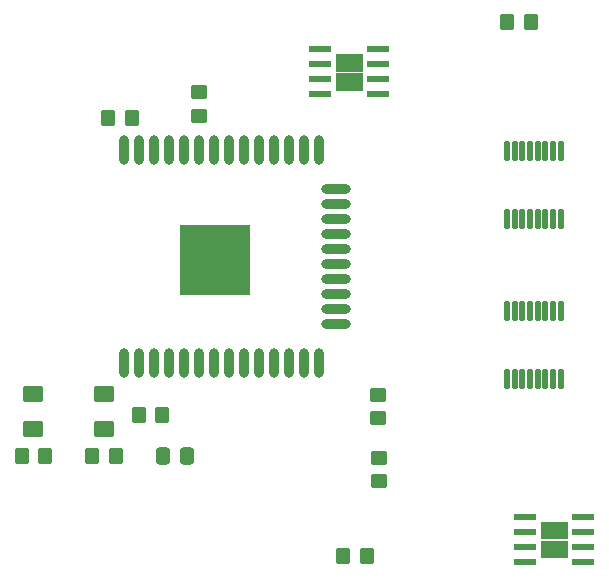
<source format=gbr>
%TF.GenerationSoftware,KiCad,Pcbnew,(6.0.1)*%
%TF.CreationDate,2022-03-01T16:38:42-05:00*%
%TF.ProjectId,Project_380,50726f6a-6563-4745-9f33-38302e6b6963,rev?*%
%TF.SameCoordinates,Original*%
%TF.FileFunction,Paste,Top*%
%TF.FilePolarity,Positive*%
%FSLAX46Y46*%
G04 Gerber Fmt 4.6, Leading zero omitted, Abs format (unit mm)*
G04 Created by KiCad (PCBNEW (6.0.1)) date 2022-03-01 16:38:42*
%MOMM*%
%LPD*%
G01*
G04 APERTURE LIST*
G04 Aperture macros list*
%AMRoundRect*
0 Rectangle with rounded corners*
0 $1 Rounding radius*
0 $2 $3 $4 $5 $6 $7 $8 $9 X,Y pos of 4 corners*
0 Add a 4 corners polygon primitive as box body*
4,1,4,$2,$3,$4,$5,$6,$7,$8,$9,$2,$3,0*
0 Add four circle primitives for the rounded corners*
1,1,$1+$1,$2,$3*
1,1,$1+$1,$4,$5*
1,1,$1+$1,$6,$7*
1,1,$1+$1,$8,$9*
0 Add four rect primitives between the rounded corners*
20,1,$1+$1,$2,$3,$4,$5,0*
20,1,$1+$1,$4,$5,$6,$7,0*
20,1,$1+$1,$6,$7,$8,$9,0*
20,1,$1+$1,$8,$9,$2,$3,0*%
G04 Aperture macros list end*
%ADD10C,0.100000*%
%ADD11RoundRect,0.250000X-0.350000X-0.450000X0.350000X-0.450000X0.350000X0.450000X-0.350000X0.450000X0*%
%ADD12RoundRect,0.250001X0.624999X-0.462499X0.624999X0.462499X-0.624999X0.462499X-0.624999X-0.462499X0*%
%ADD13R,6.000000X6.000000*%
%ADD14O,0.900000X2.500000*%
%ADD15O,2.500000X0.900000*%
%ADD16RoundRect,0.020500X0.184500X-0.764500X0.184500X0.764500X-0.184500X0.764500X-0.184500X-0.764500X0*%
%ADD17RoundRect,0.250000X-0.450000X0.350000X-0.450000X-0.350000X0.450000X-0.350000X0.450000X0.350000X0*%
%ADD18R,1.981200X0.533400*%
%ADD19RoundRect,0.250000X-0.337500X-0.475000X0.337500X-0.475000X0.337500X0.475000X-0.337500X0.475000X0*%
%ADD20RoundRect,0.250000X0.350000X0.450000X-0.350000X0.450000X-0.350000X-0.450000X0.350000X-0.450000X0*%
G04 APERTURE END LIST*
D10*
%TO.C,U4*%
X128406200Y-64499800D02*
X128406200Y-65900000D01*
X128406200Y-65900000D02*
X130593800Y-65900000D01*
X130593800Y-65900000D02*
X130593800Y-64499800D01*
X130593800Y-64499800D02*
X128406200Y-64499800D01*
G36*
X130593800Y-65900000D02*
G01*
X128406200Y-65900000D01*
X128406200Y-64499800D01*
X130593800Y-64499800D01*
X130593800Y-65900000D01*
G37*
X130593800Y-65900000D02*
X128406200Y-65900000D01*
X128406200Y-64499800D01*
X130593800Y-64499800D01*
X130593800Y-65900000D01*
X128406200Y-66100000D02*
X128406200Y-67500200D01*
X128406200Y-67500200D02*
X130593800Y-67500200D01*
X130593800Y-67500200D02*
X130593800Y-66100000D01*
X130593800Y-66100000D02*
X128406200Y-66100000D01*
G36*
X130593800Y-67500200D02*
G01*
X128406200Y-67500200D01*
X128406200Y-66100000D01*
X130593800Y-66100000D01*
X130593800Y-67500200D01*
G37*
X130593800Y-67500200D02*
X128406200Y-67500200D01*
X128406200Y-66100000D01*
X130593800Y-66100000D01*
X130593800Y-67500200D01*
%TO.C,U5*%
X147913800Y-107090200D02*
X147913800Y-105690000D01*
X147913800Y-105690000D02*
X145726200Y-105690000D01*
X145726200Y-105690000D02*
X145726200Y-107090200D01*
X145726200Y-107090200D02*
X147913800Y-107090200D01*
G36*
X147913800Y-107090200D02*
G01*
X145726200Y-107090200D01*
X145726200Y-105690000D01*
X147913800Y-105690000D01*
X147913800Y-107090200D01*
G37*
X147913800Y-107090200D02*
X145726200Y-107090200D01*
X145726200Y-105690000D01*
X147913800Y-105690000D01*
X147913800Y-107090200D01*
X147913800Y-105490000D02*
X147913800Y-104089800D01*
X147913800Y-104089800D02*
X145726200Y-104089800D01*
X145726200Y-104089800D02*
X145726200Y-105490000D01*
X145726200Y-105490000D02*
X147913800Y-105490000D01*
G36*
X147913800Y-105490000D02*
G01*
X145726200Y-105490000D01*
X145726200Y-104089800D01*
X147913800Y-104089800D01*
X147913800Y-105490000D01*
G37*
X147913800Y-105490000D02*
X145726200Y-105490000D01*
X145726200Y-104089800D01*
X147913800Y-104089800D01*
X147913800Y-105490000D01*
%TD*%
D11*
%TO.C,R9*%
X101750000Y-98500000D03*
X103750000Y-98500000D03*
%TD*%
%TO.C,R8*%
X107750000Y-98500000D03*
X109750000Y-98500000D03*
%TD*%
D12*
%TO.C,D2*%
X102750000Y-96237500D03*
X102750000Y-93262500D03*
%TD*%
%TO.C,D1*%
X108750000Y-96237500D03*
X108750000Y-93262500D03*
%TD*%
D13*
%TO.C,U2*%
X118090000Y-81900000D03*
D14*
X110390000Y-72600000D03*
X111660000Y-72600000D03*
X112930000Y-72600000D03*
X114200000Y-72600000D03*
X115470000Y-72600000D03*
X116740000Y-72600000D03*
X118010000Y-72600000D03*
X119280000Y-72600000D03*
X120550000Y-72600000D03*
X121820000Y-72600000D03*
X123090000Y-72600000D03*
X124360000Y-72600000D03*
X125630000Y-72600000D03*
X126900000Y-72600000D03*
D15*
X128390000Y-75885000D03*
X128390000Y-77155000D03*
X128390000Y-78425000D03*
X128390000Y-79695000D03*
X128390000Y-80965000D03*
X128390000Y-82235000D03*
X128390000Y-83505000D03*
X128390000Y-84775000D03*
X128390000Y-86045000D03*
X128390000Y-87315000D03*
D14*
X126900000Y-90600000D03*
X125630000Y-90600000D03*
X124360000Y-90600000D03*
X123090000Y-90600000D03*
X121820000Y-90600000D03*
X120550000Y-90600000D03*
X119280000Y-90600000D03*
X118010000Y-90600000D03*
X116740000Y-90600000D03*
X115470000Y-90600000D03*
X114200000Y-90600000D03*
X112930000Y-90600000D03*
X111660000Y-90600000D03*
X110390000Y-90600000D03*
%TD*%
D16*
%TO.C,U6*%
X142855000Y-91965000D03*
X143505000Y-91965000D03*
X144155000Y-91965000D03*
X144805000Y-91965000D03*
X145455000Y-91965000D03*
X146105000Y-91965000D03*
X146755000Y-91965000D03*
X147405000Y-91965000D03*
X147405000Y-86225000D03*
X146755000Y-86225000D03*
X146105000Y-86225000D03*
X145455000Y-86225000D03*
X144805000Y-86225000D03*
X144155000Y-86225000D03*
X143505000Y-86225000D03*
X142855000Y-86225000D03*
%TD*%
D17*
%TO.C,R6*%
X131980000Y-98650000D03*
X131980000Y-100650000D03*
%TD*%
D11*
%TO.C,R1*%
X109100000Y-69900000D03*
X111100000Y-69900000D03*
%TD*%
%TO.C,R5*%
X111660000Y-95016250D03*
X113660000Y-95016250D03*
%TD*%
%TO.C,R4*%
X128970000Y-107000000D03*
X130970000Y-107000000D03*
%TD*%
D17*
%TO.C,R7*%
X131960000Y-93330000D03*
X131960000Y-95330000D03*
%TD*%
D18*
%TO.C,U4*%
X127036200Y-64095000D03*
X127036200Y-65365000D03*
X127036200Y-66635000D03*
X127036200Y-67905000D03*
X131963800Y-67905000D03*
X131963800Y-66635000D03*
X131963800Y-65365000D03*
X131963800Y-64095000D03*
%TD*%
D19*
%TO.C,C1*%
X113702500Y-98500000D03*
X115777500Y-98500000D03*
%TD*%
D20*
%TO.C,R3*%
X144860000Y-61790000D03*
X142860000Y-61790000D03*
%TD*%
D17*
%TO.C,R2*%
X116780000Y-67690000D03*
X116780000Y-69690000D03*
%TD*%
D16*
%TO.C,U3*%
X142855000Y-78465000D03*
X143505000Y-78465000D03*
X144155000Y-78465000D03*
X144805000Y-78465000D03*
X145455000Y-78465000D03*
X146105000Y-78465000D03*
X146755000Y-78465000D03*
X147405000Y-78465000D03*
X147405000Y-72725000D03*
X146755000Y-72725000D03*
X146105000Y-72725000D03*
X145455000Y-72725000D03*
X144805000Y-72725000D03*
X144155000Y-72725000D03*
X143505000Y-72725000D03*
X142855000Y-72725000D03*
%TD*%
D18*
%TO.C,U5*%
X144356200Y-107495000D03*
X144356200Y-106225000D03*
X144356200Y-104955000D03*
X144356200Y-103685000D03*
X149283800Y-103685000D03*
X149283800Y-104955000D03*
X149283800Y-106225000D03*
X149283800Y-107495000D03*
%TD*%
M02*

</source>
